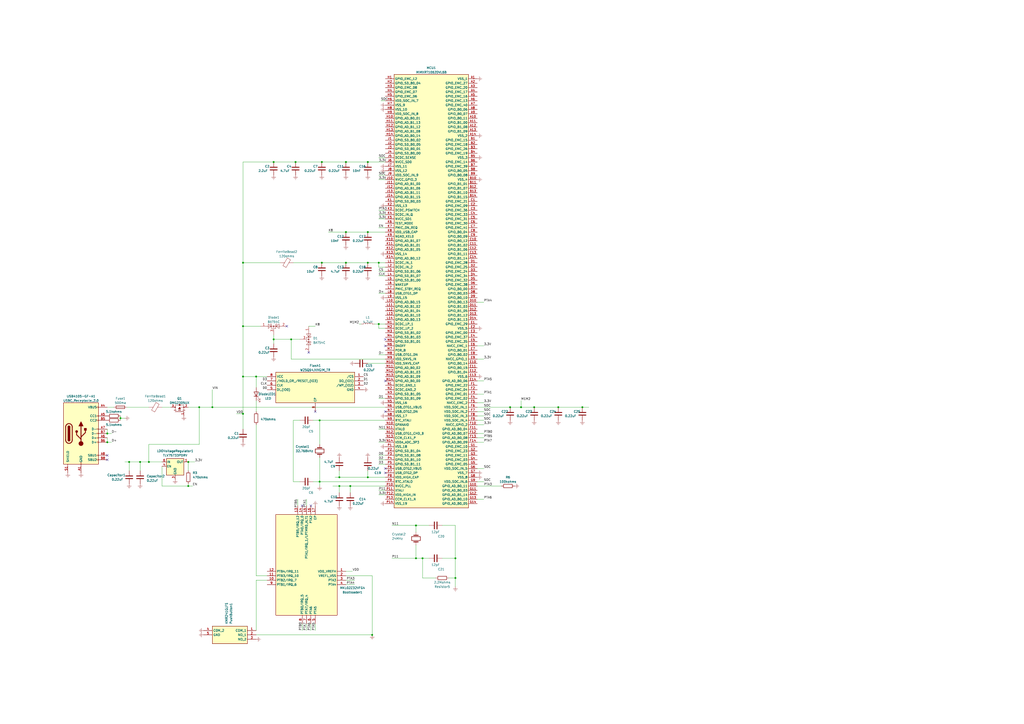
<source format=kicad_sch>
(kicad_sch (version 20230121) (generator eeschema)
  (paper "A2")
  (title_block (title "Sanassah FlightComputer V1"))
  (junction (at 302.26 236.22))
  (junction (at 185.42 279.4))
  (junction (at 168.91 196.85))
  (junction (at 62.23 251.46))
  (junction (at 264.16 323.85))
  (junction (at 115.57 236.22))
  (junction (at 140.97 240.03))
  (junction (at 186.69 93.98))
  (junction (at 140.97 218.44))
  (junction (at 200.66 134.62))
  (junction (at 158.75 196.85))
  (junction (at 200.66 152.4))
  (junction (at 213.36 93.98))
  (junction (at 295.91 236.22))
  (junction (at 213.36 276.86))
  (junction (at 74.93 267.97))
  (junction (at 196.85 276.86))
  (junction (at 213.36 134.62))
  (junction (at 86.36 267.97))
  (junction (at 140.97 189.23))
  (junction (at 148.59 218.44))
  (junction (at 309.88 236.22))
  (junction (at 140.97 152.4))
  (junction (at 196.85 281.94))
  (junction (at 323.85 236.22))
  (junction (at 186.69 152.4))
  (junction (at 81.28 267.97))
  (junction (at 109.22 267.97))
  (junction (at 215.9 368.3))
  (junction (at 219.71 152.4))
  (junction (at 171.45 93.98))
  (junction (at 123.19 236.22))
  (junction (at 158.75 93.98))
  (junction (at 203.2 281.94))
  (junction (at 62.23 256.54))
  (junction (at 200.66 93.98))
  (junction (at 69.85 242.57))
  (junction (at 245.11 323.85))
  (junction (at 219.71 187.96))
  (junction (at 109.22 281.94))
  (junction (at 241.3 304.8))
  (junction (at 241.3 323.85))
  (junction (at 264.16 335.28))
  (junction (at 185.42 243.84))
  (junction (at 213.36 152.4))
  (junction (at 337.82 236.22))
  (no_connect (at 175.26 293.37))
  (no_connect (at 62.23 264.16))
  (no_connect (at 223.52 274.32))
  (no_connect (at 62.23 266.7))
  (no_connect (at 223.52 271.78))
  (no_connect (at 223.52 220.98))
  (no_connect (at 179.07 204.47))
  (no_connect (at 223.52 200.66))
  (no_connect (at 166.37 189.23))
  (no_connect (at 223.52 196.85))
  (no_connect (at 223.52 238.76))
  (no_connect (at 182.88 238.76))
  (no_connect (at 180.34 293.37))
  (wire (pts (xy 185.42 281.94) (xy 185.42 279.4)))
  (wire (pts (xy 148.59 232.41) (xy 148.59 238.76)))
  (wire (pts (xy 173.99 279.4) (xy 170.18 279.4)))
  (wire (pts (xy 173.99 243.84) (xy 170.18 243.84)))
  (wire (pts (xy 69.85 242.57) (xy 72.39 242.57)))
  (wire (pts (xy 217.17 187.96) (xy 219.71 187.96)))
  (wire (pts (xy 158.75 196.85) (xy 168.91 196.85)))
  (wire (pts (xy 302.26 236.22) (xy 309.88 236.22)))
  (wire (pts (xy 213.36 210.82) (xy 223.52 210.82)))
  (wire (pts (xy 323.85 236.22) (xy 337.82 236.22)))
  (wire (pts (xy 276.86 241.3) (xy 280.67 241.3)))
  (wire (pts (xy 264.16 323.85) (xy 264.16 335.28)))
  (wire (pts (xy 227.33 304.8) (xy 241.3 304.8)))
  (wire (pts (xy 62.23 254) (xy 62.23 256.54)))
  (wire (pts (xy 196.85 285.75) (xy 196.85 281.94)))
  (wire (pts (xy 256.54 304.8) (xy 264.16 304.8)))
  (wire (pts (xy 194.31 276.86) (xy 196.85 276.86)))
  (wire (pts (xy 140.97 248.92) (xy 140.97 240.03)))
  (wire (pts (xy 109.22 281.94) (xy 93.98 281.94)))
  (wire (pts (xy 203.2 285.75) (xy 203.2 281.94)))
  (wire (pts (xy 69.85 242.57) (xy 69.85 241.3)))
  (wire (pts (xy 276.86 279.4) (xy 280.67 279.4)))
  (wire (pts (xy 223.52 231.14) (xy 219.71 231.14)))
  (wire (pts (xy 295.91 236.22) (xy 302.26 236.22)))
  (wire (pts (xy 93.98 236.22) (xy 99.06 236.22)))
  (wire (pts (xy 115.57 236.22) (xy 115.57 257.81)))
  (wire (pts (xy 170.18 152.4) (xy 186.69 152.4)))
  (wire (pts (xy 154.94 218.44) (xy 148.59 218.44)))
  (wire (pts (xy 81.28 267.97) (xy 81.28 273.05)))
  (wire (pts (xy 200.66 331.47) (xy 204.47 331.47)))
  (wire (pts (xy 276.86 251.46) (xy 280.67 251.46)))
  (wire (pts (xy 140.97 189.23) (xy 151.13 189.23)))
  (wire (pts (xy 168.91 208.28) (xy 168.91 196.85)))
  (wire (pts (xy 186.69 152.4) (xy 200.66 152.4)))
  (wire (pts (xy 213.36 273.05) (xy 213.36 276.86)))
  (wire (pts (xy 219.71 170.18) (xy 223.52 170.18)))
  (wire (pts (xy 193.04 281.94) (xy 196.85 281.94)))
  (wire (pts (xy 276.86 208.28) (xy 280.67 208.28)))
  (wire (pts (xy 154.94 336.55) (xy 148.59 336.55)))
  (wire (pts (xy 219.71 152.4) (xy 213.36 152.4)))
  (wire (pts (xy 86.36 236.22) (xy 73.66 236.22)))
  (wire (pts (xy 140.97 152.4) (xy 162.56 152.4)))
  (wire (pts (xy 276.86 246.38) (xy 280.67 246.38)))
  (wire (pts (xy 219.71 154.94) (xy 219.71 152.4)))
  (wire (pts (xy 276.86 254) (xy 280.67 254)))
  (wire (pts (xy 203.2 281.94) (xy 223.52 281.94)))
  (wire (pts (xy 140.97 189.23) (xy 140.97 218.44)))
  (wire (pts (xy 185.42 279.4) (xy 185.42 265.43)))
  (wire (pts (xy 123.19 226.06) (xy 123.19 236.22)))
  (wire (pts (xy 123.19 236.22) (xy 223.52 236.22)))
  (wire (pts (xy 137.16 240.03) (xy 140.97 240.03)))
  (wire (pts (xy 148.59 246.38) (xy 148.59 334.01)))
  (wire (pts (xy 109.22 267.97) (xy 113.03 267.97)))
  (wire (pts (xy 200.66 339.09) (xy 205.74 339.09)))
  (wire (pts (xy 276.86 200.66) (xy 280.67 200.66)))
  (wire (pts (xy 185.42 279.4) (xy 223.52 279.4)))
  (wire (pts (xy 219.71 205.74) (xy 223.52 205.74)))
  (wire (pts (xy 62.23 248.92) (xy 62.23 251.46)))
  (wire (pts (xy 181.61 279.4) (xy 185.42 279.4)))
  (wire (pts (xy 86.36 267.97) (xy 93.98 267.97)))
  (wire (pts (xy 158.75 199.39) (xy 158.75 196.85)))
  (wire (pts (xy 245.11 323.85) (xy 241.3 323.85)))
  (wire (pts (xy 179.07 189.23) (xy 182.88 189.23)))
  (wire (pts (xy 140.97 93.98) (xy 158.75 93.98)))
  (wire (pts (xy 276.86 256.54) (xy 280.67 256.54)))
  (wire (pts (xy 148.59 334.01) (xy 154.94 334.01)))
  (wire (pts (xy 276.86 236.22) (xy 295.91 236.22)))
  (wire (pts (xy 241.3 304.8) (xy 241.3 308.61)))
  (wire (pts (xy 140.97 240.03) (xy 140.97 218.44)))
  (wire (pts (xy 109.22 281.94) (xy 111.76 281.94)))
  (wire (pts (xy 196.85 281.94) (xy 203.2 281.94)))
  (wire (pts (xy 219.71 91.44) (xy 223.52 91.44)))
  (wire (pts (xy 276.86 233.68) (xy 280.67 233.68)))
  (wire (pts (xy 140.97 152.4) (xy 140.97 93.98)))
  (wire (pts (xy 196.85 276.86) (xy 213.36 276.86)))
  (wire (pts (xy 248.92 323.85) (xy 245.11 323.85)))
  (wire (pts (xy 264.16 304.8) (xy 264.16 323.85)))
  (wire (pts (xy 200.66 152.4) (xy 213.36 152.4)))
  (wire (pts (xy 223.52 269.24) (xy 219.71 269.24)))
  (wire (pts (xy 219.71 127) (xy 223.52 127)))
  (wire (pts (xy 245.11 323.85) (xy 245.11 335.28)))
  (wire (pts (xy 81.28 267.97) (xy 86.36 267.97)))
  (wire (pts (xy 219.71 101.6) (xy 223.52 101.6)))
  (wire (pts (xy 256.54 323.85) (xy 264.16 323.85)))
  (wire (pts (xy 213.36 93.98) (xy 223.52 93.98)))
  (wire (pts (xy 208.28 187.96) (xy 209.55 187.96)))
  (wire (pts (xy 223.52 154.94) (xy 219.71 154.94)))
  (wire (pts (xy 227.33 323.85) (xy 241.3 323.85)))
  (wire (pts (xy 62.23 236.22) (xy 66.04 236.22)))
  (wire (pts (xy 74.93 267.97) (xy 81.28 267.97)))
  (wire (pts (xy 182.88 361.95) (xy 182.88 365.76)))
  (wire (pts (xy 140.97 152.4) (xy 140.97 189.23)))
  (wire (pts (xy 69.85 243.84) (xy 69.85 242.57)))
  (wire (pts (xy 109.22 281.94) (xy 109.22 280.67)))
  (wire (pts (xy 276.86 220.98) (xy 280.67 220.98)))
  (wire (pts (xy 219.71 284.48) (xy 223.52 284.48)))
  (wire (pts (xy 168.91 196.85) (xy 173.99 196.85)))
  (wire (pts (xy 223.52 266.7) (xy 219.71 266.7)))
  (wire (pts (xy 140.97 218.44) (xy 148.59 218.44)))
  (wire (pts (xy 86.36 257.81) (xy 86.36 267.97)))
  (wire (pts (xy 190.5 134.62) (xy 200.66 134.62)))
  (wire (pts (xy 200.66 336.55) (xy 205.74 336.55)))
  (wire (pts (xy 200.66 134.62) (xy 213.36 134.62)))
  (wire (pts (xy 276.86 238.76) (xy 280.67 238.76)))
  (wire (pts (xy 181.61 243.84) (xy 185.42 243.84)))
  (wire (pts (xy 215.9 368.3) (xy 215.9 334.01)))
  (wire (pts (xy 215.9 334.01) (xy 200.66 334.01)))
  (wire (pts (xy 177.8 361.95) (xy 177.8 365.76)))
  (wire (pts (xy 276.86 228.6) (xy 280.67 228.6)))
  (wire (pts (xy 302.26 232.41) (xy 302.26 236.22)))
  (wire (pts (xy 219.71 157.48) (xy 223.52 157.48)))
  (wire (pts (xy 196.85 273.05) (xy 196.85 276.86)))
  (wire (pts (xy 241.3 323.85) (xy 241.3 316.23)))
  (wire (pts (xy 115.57 236.22) (xy 123.19 236.22)))
  (wire (pts (xy 213.36 276.86) (xy 223.52 276.86)))
  (wire (pts (xy 172.72 289.56) (xy 172.72 293.37)))
  (wire (pts (xy 337.82 236.22) (xy 341.63 236.22)))
  (wire (pts (xy 93.98 281.94) (xy 93.98 270.51)))
  (wire (pts (xy 158.75 196.85) (xy 158.75 194.31)))
  (wire (pts (xy 219.71 152.4) (xy 223.52 152.4)))
  (wire (pts (xy 276.86 289.56) (xy 280.67 289.56)))
  (wire (pts (xy 223.52 287.02) (xy 219.71 287.02)))
  (wire (pts (xy 219.71 132.08) (xy 223.52 132.08)))
  (wire (pts (xy 245.11 335.28) (xy 252.73 335.28)))
  (wire (pts (xy 264.16 335.28) (xy 260.35 335.28)))
  (wire (pts (xy 276.86 175.26) (xy 280.67 175.26)))
  (wire (pts (xy 219.71 160.02) (xy 223.52 160.02)))
  (wire (pts (xy 185.42 243.84) (xy 223.52 243.84)))
  (wire (pts (xy 170.18 279.4) (xy 170.18 243.84)))
  (wire (pts (xy 109.22 273.05) (xy 109.22 267.97)))
  (wire (pts (xy 219.71 124.46) (xy 223.52 124.46)))
  (wire (pts (xy 248.92 304.8) (xy 241.3 304.8)))
  (wire (pts (xy 219.71 248.92) (xy 223.52 248.92)))
  (wire (pts (xy 219.71 190.5) (xy 223.52 190.5)))
  (wire (pts (xy 158.75 93.98) (xy 171.45 93.98)))
  (wire (pts (xy 74.93 267.97) (xy 74.93 273.05)))
  (wire (pts (xy 309.88 236.22) (xy 323.85 236.22)))
  (wire (pts (xy 223.52 187.96) (xy 219.71 187.96)))
  (wire (pts (xy 213.36 134.62) (xy 223.52 134.62)))
  (wire (pts (xy 148.59 218.44) (xy 148.59 224.79)))
  (wire (pts (xy 219.71 256.54) (xy 223.52 256.54)))
  (wire (pts (xy 171.45 93.98) (xy 186.69 93.98)))
  (wire (pts (xy 186.69 93.98) (xy 200.66 93.98)))
  (wire (pts (xy 219.71 187.96) (xy 219.71 190.5)))
  (wire (pts (xy 276.86 281.94) (xy 290.83 281.94)))
  (wire (pts (xy 264.16 335.28) (xy 264.16 340.36)))
  (wire (pts (xy 276.86 271.78) (xy 280.67 271.78)))
  (wire (pts (xy 62.23 251.46) (xy 64.77 251.46)))
  (wire (pts (xy 115.57 257.81) (xy 86.36 257.81)))
  (wire (pts (xy 220.98 58.42) (xy 223.52 58.42)))
  (wire (pts (xy 62.23 256.54) (xy 64.77 256.54)))
  (wire (pts (xy 180.34 361.95) (xy 180.34 365.76)))
  (wire (pts (xy 109.22 236.22) (xy 115.57 236.22)))
  (wire (pts (xy 185.42 257.81) (xy 185.42 243.84)))
  (wire (pts (xy 177.8 289.56) (xy 177.8 293.37)))
  (wire (pts (xy 223.52 208.28) (xy 168.91 208.28)))
  (wire (pts (xy 219.71 121.92) (xy 223.52 121.92)))
  (wire (pts (xy 72.39 267.97) (xy 74.93 267.97)))
  (wire (pts (xy 223.52 264.16) (xy 219.71 264.16)))
  (wire (pts (xy 148.59 368.3) (xy 215.9 368.3)))
  (wire (pts (xy 276.86 243.84) (xy 280.67 243.84)))
  (wire (pts (xy 175.26 361.95) (xy 175.26 365.76)))
  (wire (pts (xy 148.59 336.55) (xy 148.59 365.76)))
  (wire (pts (xy 200.66 93.98) (xy 213.36 93.98)))
  (wire (pts (xy 219.71 104.14) (xy 223.52 104.14)))
  (label "D2" (at 219.71 266.7 0))
  (label "PTB5" (at 280.67 254 0))
  (label "SOC" (at 280.67 271.78 0))
  (label "3.3V" (at 280.67 208.28 0))
  (label "VIN" (at 123.19 226.06 0))
  (label "PTA3" (at 205.74 336.55 180))
  (label "K8" (at 190.5 134.62 0))
  (label "P11" (at 219.71 284.48 0))
  (label "PTA6" (at 180.34 365.76 90))
  (label "SOC" (at 219.71 91.44 0))
  (label "SOC" (at 280.67 243.84 0))
  (label "D-" (at 219.71 205.74 0))
  (label "3.3V" (at 219.71 287.02 0))
  (label "D+" (at 219.71 170.18 0))
  (label "PTB5" (at 172.72 289.56 270))
  (label "M1M2" (at 208.28 187.96 180))
  (label "M1M2" (at 302.26 232.41 0))
  (label "SOC" (at 220.98 58.42 0))
  (label "3.3V" (at 280.67 246.38 0))
  (label "D0" (at 219.71 264.16 0))
  (label "PTB0" (at 175.26 365.76 90))
  (label "PTA7" (at 280.67 256.54 0))
  (label "D-" (at 64.77 251.46 0))
  (label "CS" (at 219.71 157.48 0))
  (label "CS" (at 210.82 218.44 0))
  (label "PTA4" (at 205.74 339.09 180))
  (label "3.3V" (at 113.03 267.97 0))
  (label "K8" (at 182.88 189.23 0))
  (label "3.3V" (at 280.67 200.66 0))
  (label "PTA3" (at 219.71 121.92 0))
  (label "3.3V" (at 219.71 256.54 0))
  (label "D+" (at 64.77 256.54 0))
  (label "P11" (at 227.33 323.85 0))
  (label "SOC" (at 280.67 241.3 0))
  (label "D3" (at 154.94 220.98 180))
  (label "PTB0" (at 280.67 251.46 0))
  (label "D1" (at 210.82 220.98 0))
  (label "PTA4" (at 280.67 175.26 0))
  (label "SOC" (at 280.67 236.22 0))
  (label "D1" (at 219.71 231.14 0))
  (label "VDD" (at 137.16 240.03 0))
  (label "3.3V" (at 219.71 127 0))
  (label "PTA1" (at 280.67 228.6 0))
  (label "PTA5" (at 280.67 220.98 0))
  (label "PTA6" (at 280.67 289.56 0))
  (label "D2" (at 210.82 223.52 0))
  (label "D3" (at 219.71 269.24 0))
  (label "SOC" (at 280.67 238.76 0))
  (label "CLK" (at 219.71 160.02 0))
  (label "3.3V" (at 280.67 233.68 0))
  (label "3.3V" (at 219.71 104.14 0))
  (label "PTA7" (at 177.8 365.76 90))
  (label "3.3V" (at 219.71 93.98 0))
  (label "3.3V" (at 219.71 124.46 0))
  (label "EN" (at 111.76 281.94 0))
  (label "N11" (at 219.71 248.92 0))
  (label "PTA1" (at 177.8 289.56 270))
  (label "PTA5" (at 182.88 365.76 90))
  (label "EN" (at 219.71 132.08 0))
  (label "CLK" (at 154.94 223.52 180))
  (label "SOC" (at 219.71 101.6 0))
  (label "D0" (at 154.94 226.06 180))
  (label "VDD" (at 204.47 331.47 0))
  (label "PTA3" (at 280.67 281.94 0))
  (label "SOC" (at 280.67 279.4 0))
  (label "N11" (at 227.33 304.8 0))
  (symbol (lib_id "Device:C") (at 200.66 156.21 0) (unit 1)
    (property "Reference" "C13" (at 195.58 154.94 0) (effects (justify left)))
    (property "Value" "4.7uF" (at 191.77 157.48 0) (effects (justify left)))
    (property "Footprint" "Resistor_SMD:R_0603_1608Metric_Pad0.98x0.95mm_HandSolder" (effects hide))
  )
  (symbol (lib_id "power:GNDREF") (at 323.85 243.84 0) (unit 1)
    (property "Reference" "#PWR018" (effects hide))
    (property "Value" "GNDREF" (effects hide))
  )
  (symbol (lib_id "Device:C") (at 158.75 203.2 0) (unit 1)
    (property "Reference" "C3" (at 153.67 201.93 0) (effects (justify left)))
    (property "Value" "0.22uF" (at 149.86 204.47 0) (effects (justify left)))
    (property "Footprint" "Resistor_SMD:R_0603_1608Metric_Pad0.98x0.95mm_HandSolder" (effects hide))
  )
  (symbol (lib_id "power:GNDREF") (at 148.59 370.84 90) (unit 1)
    (property "Reference" "#PWR029" (effects hide))
    (property "Value" "GNDREF" (effects hide))
  )
  (symbol (lib_id "power:GNDREF") (at 298.45 281.94 90) (unit 1)
    (property "Reference" "#PWR030" (effects hide))
    (property "Value" "GNDREF" (effects hide))
  )
  (symbol (lib_id "Diode:BAT54C") (at 158.75 189.23 0) (unit 1)
    (property "Reference" "Diode1" (at 158.75 184.15 0))
    (property "Value" "BAT54C" (at 158.75 186.69 0))
    (property "Footprint" "Package_TO_SOT_SMD:SOT-23" (effects hide))
    (property "Datasheet" "http://www.diodes.com/_files/datasheets/ds11005.pdf" (effects hide))
  )
  (symbol (lib_id "Device:R") (at 148.59 242.57 180) (unit 1)
    (property "Reference" "Resistor4" (effects hide))
    (property "Value" "470ohms" (at 151.13 243.205 0) (effects (justify right)))
    (property "Footprint" "Resistor_SMD:R_0603_1608Metric_Pad0.98x0.95mm_HandSolder" (effects hide))
  )
  (symbol (lib_id "power:GNDREF") (at 200.66 160.02 0) (unit 1)
    (property "Reference" "#PWR014" (effects hide))
    (property "Value" "GNDREF" (effects hide))
  )
  (symbol (lib_id "power:GNDREF") (at 276.86 274.32 90) (mirror x) (unit 1)
    (property "Reference" "#PWR035" (effects hide))
    (property "Value" "GNDREF" (effects hide))
  )
  (symbol (lib_id "KMR241GLFS:KMR241GLFS") (at 148.59 365.76 0) (mirror y) (unit 1)
    (property "Reference" "PushButton1" (at 133.985 361.95 90) (effects (justify left)))
    (property "Value" "KMR241GLFS" (at 131.445 361.95 90) (effects (justify left)))
    (property "Footprint" "footprint:KMR421GULCLFS" (effects hide))
    (property "Datasheet" "https://www.ckswitches.com/media/1479/kmr2.pdf" (effects hide))
    (property "Height" "2.5" (effects hide))
    (property "Mouser Part Number" "611-KMR241GLFS" (effects hide))
    (property "Mouser Price/Stock" "https://www.mouser.co.uk/ProductDetail/CK/KMR241GLFS?qs=sb%252But3Lm4x2WOuGpSh9HrA%3D%3D" (effects hide))
    (property "Manufacturer_Name" "C & K COMPONENTS" (effects hide))
    (property "Manufacturer_Part_Number" "KMR241GLFS" (effects hide))
  )
  (symbol (lib_id "W25Q64JVXGIM_TR:W25Q64JVXGIM_TR") (at 210.82 218.44 0) (mirror y) (unit 1)
    (property "Reference" "Flash1" (at 182.88 212.09 0))
    (property "Value" "W25Q64JVXGIM_TR" (at 182.88 214.63 0))
    (property "Footprint" "footprint:SON80P400X400X50-9N" (effects hide))
    (property "Datasheet" "https://www.winbond.com/resource-files/w25q64jv_dtr%20revj%2003272018%20plus.pdf" (effects hide))
    (property "Height" "0.5" (effects hide))
    (property "Mouser Part Number" "454-W25Q64JVXGIMTR" (effects hide))
    (property "Mouser Price/Stock" "https://www.mouser.co.uk/ProductDetail/Winbond/W25Q64JVXGIM-TR?qs=qSfuJ%252Bfl%2Fd5DYf7S8uijYQ%3D%3D" (effects hide))
    (property "Manufacturer_Name" "Winbond" (effects hide))
    (property "Manufacturer_Part_Number" "W25Q64JVXGIM TR" (effects hide))
  )
  (symbol (lib_id "power:GNDREF") (at 276.86 45.72 90) (mirror x) (unit 1)
    (property "Reference" "#PWR043" (effects hide))
    (property "Value" "GNDREF" (effects hide))
  )
  (symbol (lib_id "Device:C") (at 81.28 276.86 0) (unit 1)
    (property "Reference" "Capacitor2" (at 85.09 276.225 0) (effects (justify left)))
    (property "Value" "0.22uF" (at 85.09 278.765 0) (effects (justify left)))
    (property "Footprint" "Resistor_SMD:R_0603_1608Metric_Pad0.98x0.95mm_HandSolder" (effects hide))
  )
  (symbol (lib_id "power:GNDREF") (at 276.86 190.5 90) (mirror x) (unit 1)
    (property "Reference" "#PWR039" (effects hide))
    (property "Value" "GNDREF" (effects hide))
  )
  (symbol (lib_id "MIMXRT1062DVL6B:MIMXRT1062DVL6B") (at 276.86 45.72 0) (mirror y) (unit 1)
    (property "Reference" "MCU1" (at 250.19 39.37 0))
    (property "Value" "MIMXRT1062DVL6B" (at 250.19 41.91 0))
    (property "Footprint" "footprint:BGA196C65P14X14_1000X1000X152" (effects hide))
    (property "Datasheet" "https://www.nxp.com/docs/en/nxp/data-sheets/IMXRT1060CEC.pdf" (effects hide))
    (property "Height" "1.52" (effects hide))
    (property "Manufacturer_Name" "NXP" (effects hide))
    (property "Manufacturer_Part_Number" "MIMXRT1062DVL6B" (effects hide))
    (property "Mouser Part Number" "771-MIMXRT1062DVL6B" (effects hide))
    (property "Mouser Price/Stock" "https://www.mouser.co.uk/ProductDetail/NXP-Semiconductors/MIMXRT1062DVL6B?qs=BJlw7L4Cy79qwRIf5%2FpmLg%3D%3D" (effects hide))
    (property "Arrow Part Number" "MIMXRT1062DVL6B" (effects hide))
    (property "Arrow Price/Stock" "https://www.arrow.com/en/products/mimxrt1062dvl6b/nxp-semiconductors?region=nac" (effects hide))
  )
  (symbol (lib_id "power:GNDREF") (at 46.99 274.32 0) (unit 1)
    (property "Reference" "#PWR04" (effects hide))
    (property "Value" "GNDREF" (effects hide))
  )
  (symbol (lib_id "Device:C") (at 209.55 210.82 270) (unit 1)
    (property "Reference" "C15" (at 212.09 212.09 90) (effects (justify left)))
    (property "Value" "0.22uF" (at 210.82 214.63 90) (effects (justify left)))
    (property "Footprint" "Resistor_SMD:R_0603_1608Metric_Pad0.98x0.95mm_HandSolder" (effects hide))
  )
  (symbol (lib_id "Device:C") (at 186.69 156.21 0) (unit 1)
    (property "Reference" "C8" (at 181.61 154.94 0) (effects (justify left)))
    (property "Value" "10uF" (at 177.8 157.48 0) (effects (justify left)))
    (property "Footprint" "Resistor_SMD:R_0603_1608Metric_Pad0.98x0.95mm_HandSolder" (effects hide))
  )
  (symbol (lib_id "power:GNDREF") (at 118.11 365.76 270) (unit 1)
    (property "Reference" "#PWR028" (effects hide))
    (property "Value" "GNDREF" (effects hide))
  )
  (symbol (lib_id "power:GNDREF") (at 196.85 293.37 0) (unit 1)
    (property "Reference" "#PWR033" (effects hide))
    (property "Value" "GNDREF" (effects hide))
  )
  (symbol (lib_id "power:GNDREF") (at 210.82 226.06 90) (mirror x) (unit 1)
    (property "Reference" "#PWR023" (effects hide))
    (property "Value" "GNDREF" (effects hide))
  )
  (symbol (lib_id "Device:LED") (at 148.59 228.6 90) (unit 1)
    (property "Reference" "DiodeLED1" (at 149.86 228.6 90) (effects (justify right)))
    (property "Value" "LED" (at 153.67 231.14 90) (effects (justify right)))
    (property "Footprint" "LED_SMD:LED_0603_1608Metric_Pad1.05x0.95mm_HandSolder" (effects hide))
  )
  (symbol (lib_id "Device:Crystal") (at 241.3 312.42 90) (unit 1)
    (property "Reference" "Crystal2" (at 227.33 309.88 90) (effects (justify right)))
    (property "Value" "24MHz" (at 227.33 312.42 90) (effects (justify right)))
    (property "Footprint" "Crystal:Crystal_SMD_2012-2Pin_2.0x1.2mm" (effects hide))
  )
  (symbol (lib_id "power:GNDREF") (at 140.97 256.54 0) (unit 1)
    (property "Reference" "#PWR024" (effects hide))
    (property "Value" "GNDREF" (effects hide))
  )
  (symbol (lib_id "Device:C") (at 177.8 243.84 270) (mirror x) (unit 1)
    (property "Reference" "C5" (at 179.07 250.19 90) (effects (justify left)))
    (property "Value" "20pF" (at 175.26 247.65 90) (effects (justify left)))
    (property "Footprint" "Resistor_SMD:R_0603_1608Metric_Pad0.98x0.95mm_HandSolder" (effects hide))
  )
  (symbol (lib_id "Device:C") (at 196.85 269.24 0) (mirror x) (unit 1)
    (property "Reference" "C9" (at 191.77 270.51 0) (effects (justify left)))
    (property "Value" "4.7uF" (at 187.96 267.97 0) (effects (justify left)))
    (property "Footprint" "Resistor_SMD:R_0603_1608Metric_Pad0.98x0.95mm_HandSolder" (effects hide))
  )
  (symbol (lib_id "Device:C") (at 200.66 138.43 0) (unit 1)
    (property "Reference" "C12" (at 195.58 137.16 0) (effects (justify left)))
    (property "Value" "10nF" (at 191.77 139.7 0) (effects (justify left)))
    (property "Footprint" "Resistor_SMD:R_0603_1608Metric_Pad0.98x0.95mm_HandSolder" (effects hide))
  )
  (symbol (lib_id "power:GNDREF") (at 223.52 60.96 270) (mirror x) (unit 1)
    (property "Reference" "#PWR044" (effects hide))
    (property "Value" "GNDREF" (effects hide))
  )
  (symbol (lib_id "power:GNDREF") (at 215.9 368.3 0) (unit 1)
    (property "Reference" "#PWR026" (effects hide))
    (property "Value" "GNDREF" (effects hide))
  )
  (symbol (lib_id "DMG2305UX-7:DMG2305UX-7") (at 104.14 238.76 90) (unit 1)
    (property "Reference" "Q1" (at 104.14 231.14 90))
    (property "Value" "DMG2305UX" (at 104.14 233.68 90))
    (property "Footprint" "footprint:DMG2305UX" (effects hide))
    (property "MF" "Diodes Inc." (effects hide))
    (property "MAXIMUM_PACKAGE_HEIGHT" "1.1mm" (effects hide))
    (property "Package" "SOT-23 Diodes Inc." (effects hide))
    (property "Price" "None" (effects hide))
    (property "Check_prices" "https://www.snapeda.com/parts/DMG2305UX-7/Diodes+Inc./view-part/?ref=eda" (effects hide))
    (property "STANDARD" "IPC-7351B" (effects hide))
    (property "PARTREV" "09/2018" (effects hide))
    (property "SnapEDA_Link" "https://www.snapeda.com/parts/DMG2305UX-7/Diodes+Inc./view-part/?ref=snap" (effects hide))
    (property "MP" "DMG2305UX-7" (effects hide))
    (property "Purchase-URL" "https://www.snapeda.com/api/url_track_click_mouser/?unipart_id=48584&manufacturer=Diodes Inc.&part_name=DMG2305UX-7&search_term=None" (effects hide))
    (property "Description" "\nMOSFET P-Ch 20V 5A Enhancement SOT23 | Diodes Inc DMG2305UX-7\n" (effects hide))
    (property "Availability" "In Stock" (effects hide))
    (property "MANUFACTURER" "Diodes Inc." (effects hide))
  )
  (symbol (lib_id "power:GNDREF") (at 186.69 101.6 0) (unit 1)
    (property "Reference" "#PWR010" (effects hide))
    (property "Value" "GNDREF" (effects hide))
  )
  (symbol (lib_id "power:GNDREF") (at 39.37 274.32 0) (unit 1)
    (property "Reference" "#PWR03" (effects hide))
    (property "Value" "GNDREF" (effects hide))
  )
  (symbol (lib_id "Device:C") (at 140.97 252.73 0) (unit 1)
    (property "Reference" "C1" (at 135.89 251.46 0) (effects (justify left)))
    (property "Value" "0.22uF" (at 132.08 254 0) (effects (justify left)))
    (property "Footprint" "Resistor_SMD:R_0603_1608Metric_Pad0.98x0.95mm_HandSolder" (effects hide))
  )
  (symbol (lib_id "power:GNDREF") (at 81.28 280.67 0) (unit 1)
    (property "Reference" "#PWR07" (effects hide))
    (property "Value" "GNDREF" (effects hide))
  )
  (symbol (lib_id "Device:Fuse") (at 69.85 236.22 90) (unit 1)
    (property "Reference" "Fuse1" (at 69.85 231.14 90))
    (property "Value" "500ma" (at 69.85 233.68 90))
    (property "Footprint" "Resistor_SMD:R_0603_1608Metric_Pad0.98x0.95mm_HandSolder" (effects hide))
  )
  (symbol (lib_id "power:GNDREF") (at 223.52 292.1 270) (mirror x) (unit 1)
    (property "Reference" "#PWR054" (effects hide))
    (property "Value" "GNDREF" (effects hide))
  )
  (symbol (lib_id "power:GNDREF") (at 213.36 142.24 0) (unit 1)
    (property "Reference" "#PWR021" (effects hide))
    (property "Value" "GNDREF" (effects hide))
  )
  (symbol (lib_id "power:GNDREF") (at 276.86 78.74 90) (mirror x) (unit 1)
    (property "Reference" "#PWR042" (effects hide))
    (property "Value" "GNDREF" (effects hide))
  )
  (symbol (lib_id "power:GNDREF") (at 276.86 218.44 90) (mirror x) (unit 1)
    (property "Reference" "#PWR038" (effects hide))
    (property "Value" "GNDREF" (effects hide))
  )
  (symbol (lib_id "power:GNDREF") (at 223.52 119.38 270) (mirror x) (unit 1)
    (property "Reference" "#PWR048" (effects hide))
    (property "Value" "GNDREF" (effects hide))
  )
  (symbol (lib_id "Device:C") (at 213.36 156.21 0) (unit 1)
    (property "Reference" "C18" (at 208.28 154.94 0) (effects (justify left)))
    (property "Value" "0.22uF" (at 204.47 157.48 0) (effects (justify left)))
    (property "Footprint" "Resistor_SMD:R_0603_1608Metric_Pad0.98x0.95mm_HandSolder" (effects hide))
  )
  (symbol (lib_id "Device:R") (at 256.54 335.28 270) (unit 1)
    (property "Reference" "Resistor5" (at 256.54 340.36 90))
    (property "Value" "2.2Mohms" (at 256.54 337.82 90))
    (property "Footprint" "Resistor_SMD:R_0603_1608Metric_Pad0.98x0.95mm_HandSolder" (effects hide))
  )
  (symbol (lib_id "power:GNDREF") (at 106.68 241.3 0) (unit 1)
    (property "Reference" "#PWR05" (effects hide))
    (property "Value" "GNDREF" (effects hide))
  )
  (symbol (lib_id "power:GNDREF") (at 223.52 147.32 270) (mirror x) (unit 1)
    (property "Reference" "#PWR049" (effects hide))
    (property "Value" "GNDREF" (effects hide))
  )
  (symbol (lib_id "power:GNDREF") (at 295.91 243.84 0) (unit 1)
    (property "Reference" "#PWR016" (effects hide))
    (property "Value" "GNDREF" (effects hide))
  )
  (symbol (lib_id "power:GNDREF") (at 223.52 172.72 270) (mirror x) (unit 1)
    (property "Reference" "#PWR050" (effects hide))
    (property "Value" "GNDREF" (effects hide))
  )
  (symbol (lib_id "Device:C") (at 252.73 304.8 270) (mirror x) (unit 1)
    (property "Reference" "C20" (at 254 311.15 90) (effects (justify left)))
    (property "Value" "12pF" (at 250.19 308.61 90) (effects (justify left)))
    (property "Footprint" "Resistor_SMD:R_0603_1608Metric_Pad0.98x0.95mm_HandSolder" (effects hide))
  )
  (symbol (lib_id "Device:R") (at 294.64 281.94 270) (unit 1)
    (property "Reference" "R6" (at 294.64 276.86 90))
    (property "Value" "100kohms" (at 294.64 279.4 90))
    (property "Footprint" "Resistor_SMD:R_0603_1608Metric_Pad0.98x0.95mm_HandSolder" (effects hide))
  )
  (symbol (lib_id "Connector:USB_C_Receptacle_USB2.0") (at 46.99 251.46 0) (unit 1)
    (property "Reference" "USB4105-GF-A1" (at 46.99 229.87 0))
    (property "Value" "USBC_Receptacle_2.0" (at 46.99 232.41 0))
    (property "Footprint" "footprint:GCT_USB4105-GF-A" (effects hide))
    (property "Datasheet" "https://www.usb.org/sites/default/files/documents/usb_type-c.zip" (effects hide))
  )
  (symbol (lib_id "Device:C") (at 213.36 269.24 0) (mirror x) (unit 1)
    (property "Reference" "C19" (at 217.17 274.32 0) (effects (justify left)))
    (property "Value" "0.22uF" (at 213.36 271.78 0) (effects (justify left)))
    (property "Footprint" "Resistor_SMD:R_0603_1608Metric_Pad0.98x0.95mm_HandSolder" (effects hide))
  )
  (symbol (lib_id "Diode:BAT54C") (at 179.07 196.85 270) (unit 1)
    (property "Reference" "D1" (at 181.61 196.215 90) (effects (justify left)))
    (property "Value" "BAT54C" (at 181.61 198.755 90) (effects (justify left)))
    (property "Footprint" "Package_TO_SOT_SMD:SOT-23" (effects hide))
    (property "Datasheet" "http://www.diodes.com/_files/datasheets/ds11005.pdf" (effects hide))
  )
  (symbol (lib_id "power:GNDREF") (at 158.75 101.6 0) (unit 1)
    (property "Reference" "#PWR012" (effects hide))
    (property "Value" "GNDREF" (effects hide))
  )
  (symbol (lib_id "Device:C") (at 200.66 97.79 0) (unit 1)
    (property "Reference" "C11" (at 195.58 96.52 0) (effects (justify left)))
    (property "Value" "0.22uF" (at 190.5 99.06 0) (effects (justify left)))
    (property "Footprint" "Resistor_SMD:R_0603_1608Metric_Pad0.98x0.95mm_HandSolder" (effects hide))
  )
  (symbol (lib_id "power:GNDREF") (at 101.6 278.13 0) (unit 1)
    (property "Reference" "#PWR08" (effects hide))
    (property "Value" "GNDREF" (effects hide))
  )
  (symbol (lib_id "power:GNDREF") (at 213.36 101.6 0) (unit 1)
    (property "Reference" "#PWR01" (effects hide))
    (property "Value" "GNDREF" (effects hide))
  )
  (symbol (lib_id "power:GNDREF") (at 185.42 281.94 0) (unit 1)
    (property "Reference" "#PWR055" (effects hide))
    (property "Value" "GNDREF" (effects hide))
  )
  (symbol (lib_id "Device:C") (at 74.93 276.86 0) (unit 1)
    (property "Reference" "Capacitor1" (at 62.23 275.59 0) (effects (justify left)))
    (property "Value" "0.22uF" (at 64.77 278.13 0) (effects (justify left)))
    (property "Footprint" "Resistor_SMD:R_0603_1608Metric_Pad0.98x0.95mm_HandSolder" (effects hide))
  )
  (symbol (lib_id "Device:C") (at 337.82 240.03 0) (unit 1)
    (property "Reference" "C25" (at 332.74 238.76 0) (effects (justify left)))
    (property "Value" "0.22uF" (at 327.66 241.3 0) (effects (justify left)))
    (property "Footprint" "Resistor_SMD:R_0603_1608Metric_Pad0.98x0.95mm_HandSolder" (effects hide))
  )
  (symbol (lib_id "power:GNDREF") (at 223.52 233.68 270) (mirror x) (unit 1)
    (property "Reference" "#PWR051" (effects hide))
    (property "Value" "GNDREF" (effects hide))
  )
  (symbol (lib_id "Device:C") (at 252.73 323.85 270) (mirror x) (unit 1)
    (property "Reference" "C21" (at 254 330.2 90) (effects (justify left)))
    (property "Value" "12pF" (at 250.19 327.66 90) (effects (justify left)))
    (property "Footprint" "Resistor_SMD:R_0603_1608Metric_Pad0.98x0.95mm_HandSolder" (effects hide))
  )
  (symbol (lib_id "power:GNDREF") (at 264.16 340.36 0) (unit 1)
    (property "Reference" "#PWR056" (effects hide))
    (property "Value" "GNDREF" (effects hide))
  )
  (symbol (lib_id "Regulator_Linear:TLV75733PDRV") (at 101.6 270.51 0) (unit 1)
    (property "Reference" "LDOVoltageRegulator1" (at 101.6 261.62 0))
    (property "Value" "TLV75733PDRV" (at 101.6 264.16 0))
    (property "Footprint" "Package_SON:WSON-6-1EP_2x2mm_P0.65mm_EP1x1.6mm" (effects hide))
    (property "Datasheet" "https://www.ti.com/lit/ds/symlink/tlv757p.pdf" (effects hide))
  )
  (symbol (lib_id "power:GNDREF") (at 223.52 99.06 270) (mirror x) (unit 1)
    (property "Reference" "#PWR047" (effects hide))
    (property "Value" "GNDREF" (effects hide))
  )
  (symbol (lib_id "power:GNDREF") (at 223.52 63.5 270) (mirror x) (unit 1)
    (property "Reference" "#PWR045" (effects hide))
    (property "Value" "GNDREF" (effects hide))
  )
  (symbol (lib_id "Device:R") (at 66.04 241.3 90) (unit 1)
    (property "Reference" "Resistor1" (effects hide))
    (property "Value" "5.1kohms" (at 66.04 238.76 90))
    (property "Footprint" "Resistor_SMD:R_0603_1608Metric_Pad0.98x0.95mm_HandSolder" (effects hide))
  )
  (symbol (lib_id "Device:L") (at 213.36 187.96 90) (unit 1)
    (property "Reference" "L1" (at 213.36 184.15 90))
    (property "Value" "4.7uH" (at 213.36 186.69 90))
  )
  (symbol (lib_id "Device:C") (at 177.8 279.4 270) (mirror x) (unit 1)
    (property "Reference" "C6" (at 179.07 285.75 90) (effects (justify left)))
    (property "Value" "20pF" (at 175.26 283.21 90) (effects (justify left)))
    (property "Footprint" "Resistor_SMD:R_0603_1608Metric_Pad0.98x0.95mm_HandSolder" (effects hide))
  )
  (symbol (lib_id "MKL02Z32VFG4:MKL02Z32VFG4") (at 200.66 331.47 0) (mirror y) (unit 1)
    (property "Reference" "Bootloader1" (at 204.47 343.5859 0))
    (property "Value" "MKL02Z32VFG4" (at 204.47 341.0459 0))
    (property "Footprint" "footprint:QFN50P300X300X65-17N-D" (effects hide))
    (property "Datasheet" "http://www.nxp.com/docs/en/data-sheet/KL02P32M48SF0.pdf" (effects hide))
    (property "Height" "0.65" (effects hide))
    (property "Manufacturer_Name" "NXP" (effects hide))
    (property "Manufacturer_Part_Number" "MKL02Z32VFG4" (effects hide))
    (property "Mouser Part Number" "841-MKL02Z32VFG4" (effects hide))
    (property "Mouser Price/Stock" "https://www.mouser.co.uk/ProductDetail/NXP-Semiconductors/MKL02Z32VFG4?qs=RECgZY%252BK1xLpPFD7GzHxWg%3D%3D" (effects hide))
    (property "Arrow Part Number" "MKL02Z32VFG4" (effects hide))
    (property "Arrow Price/Stock" "https://www.arrow.com/en/products/mkl02z32vfg4/nxp-semiconductors?region=nac" (effects hide))
  )
  (symbol (lib_id "power:GNDREF") (at 72.39 242.57 90) (unit 1)
    (property "Reference" "#PWR02" (effects hide))
    (property "Value" "GNDREF" (effects hide))
  )
  (symbol (lib_id "power:GNDREF") (at 213.36 160.02 0) (unit 1)
    (property "Reference" "#PWR013" (effects hide))
    (property "Value" "GNDREF" (effects hide))
  )
  (symbol (lib_id "power:GNDREF") (at 276.86 276.86 90) (mirror x) (unit 1)
    (property "Reference" "#PWR037" (effects hide))
    (property "Value" "GNDREF" (effects hide))
  )
  (symbol (lib_id "power:GNDREF") (at 74.93 280.67 0) (unit 1)
    (property "Reference" "#PWR06" (effects hide))
    (property "Value" "GNDREF" (effects hide))
  )
  (symbol (lib_id "power:GNDREF") (at 309.88 243.84 0) (unit 1)
    (property "Reference" "#PWR017" (effects hide))
    (property "Value" "GNDREF" (effects hide))
  )
  (symbol (lib_id "power:GNDREF") (at 118.11 368.3 270) (unit 1)
    (property "Reference" "#PWR027" (effects hide))
    (property "Value" "GNDREF" (effects hide))
  )
  (symbol (lib_id "power:GNDREF") (at 276.86 91.44 90) (mirror x) (unit 1)
    (property "Reference" "#PWR041" (effects hide))
    (property "Value" "GNDREF" (effects hide))
  )
  (symbol (lib_id "Device:C") (at 323.85 240.03 0) (unit 1)
    (property "Reference" "C24" (at 318.77 238.76 0) (effects (justify left)))
    (property "Value" "0.22uF" (at 313.69 241.3 0) (effects (justify left)))
    (property "Footprint" "Resistor_SMD:R_0603_1608Metric_Pad0.98x0.95mm_HandSolder" (effects hide))
  )
  (symbol (lib_id "power:GNDREF") (at 196.85 265.43 0) (mirror x) (unit 1)
    (property "Reference" "#PWR031" (effects hide))
    (property "Value" "GNDREF" (effects hide))
  )
  (symbol (lib_id "Device:C") (at 309.88 240.03 0) (unit 1)
    (property "Reference" "C23" (at 304.8 238.76 0) (effects (justify left)))
    (property "Value" "0.22uF" (at 299.72 241.3 0) (effects (justify left)))
    (property "Footprint" "Resistor_SMD:R_0603_1608Metric_Pad0.98x0.95mm_HandSolder" (effects hide))
  )
  (symbol (lib_id "Device:C") (at 196.85 289.56 0) (unit 1)
    (property "Reference" "C10" (at 191.77 288.29 0) (effects (justify left)))
    (property "Value" "4.7uF" (at 187.96 290.83 0) (effects (justify left)))
    (property "Footprint" "Resistor_SMD:R_0603_1608Metric_Pad0.98x0.95mm_HandSolder" (effects hide))
  )
  (symbol (lib_id "Device:FerriteBead") (at 166.37 152.4 90) (unit 1)
    (property "Reference" "FerriteBead2" (at 166.3192 146.05 90))
    (property "Value" "120ohms" (at 166.3192 148.59 90))
    (property "Footprint" "Resistor_SMD:R_0603_1608Metric_Pad0.98x0.95mm_HandSolder" (effects hide))
  )
  (symbol (lib_id "power:GNDREF") (at 223.52 259.08 270) (mirror x) (unit 1)
    (property "Reference" "#PWR053" (effects hide))
    (property "Value" "GNDREF" (effects hide))
  )
  (symbol (lib_id "Device:C") (at 213.36 138.43 0) (unit 1)
    (property "Reference" "C17" (at 208.28 137.16 0) (effects (justify left)))
    (property "Value" "0.22uF" (at 204.47 139.7 0) (effects (justify left)))
    (property "Footprint" "Resistor_SMD:R_0603_1608Metric_Pad0.98x0.95mm_HandSolder" (effects hide))
  )
  (symbol (lib_id "Device:Crystal") (at 185.42 261.62 90) (unit 1)
    (property "Reference" "Crystal1" (at 171.45 259.08 90) (effects (justify right)))
    (property "Value" "32.768kHz" (at 171.45 261.62 90) (effects (justify right)))
    (property "Footprint" "Crystal:Crystal_SMD_2012-2Pin_2.0x1.2mm" (effects hide))
  )
  (symbol (lib_id "Device:C") (at 213.36 97.79 0) (unit 1)
    (property "Reference" "C16" (at 208.28 96.52 0) (effects (justify left)))
    (property "Value" "10nF" (at 204.47 99.06 0) (effects (justify left)))
    (property "Footprint" "Resistor_SMD:R_0603_1608Metric_Pad0.98x0.95mm_HandSolder" (effects hide))
  )
  (symbol (lib_id "power:GNDREF") (at 200.66 142.24 0) (unit 1)
    (property "Reference" "#PWR022" (effects hide))
    (property "Value" "GNDREF" (effects hide))
  )
  (symbol (lib_id "power:GNDREF") (at 223.52 96.52 270) (mirror x) (unit 1)
    (property "Reference" "#PWR046" (effects hide))
    (property "Value" "GNDREF" (effects hide))
  )
  (symbol (lib_id "Device:C") (at 171.45 97.79 0) (unit 1)
    (property "Reference" "C4" (at 166.37 96.52 0) (effects (justify left)))
    (property "Value" "4.7uF" (at 162.56 99.06 0) (effects (justify left)))
    (property "Footprint" "Resistor_SMD:R_0603_1608Metric_Pad0.98x0.95mm_HandSolder" (effects hide))
  )
  (symbol (lib_id "power:GNDREF") (at 186.69 160.02 0) (unit 1)
    (property "Reference" "#PWR015" (effects hide))
    (property "Value" "GNDREF" (effects hide))
  )
  (symbol (lib_id "power:GNDREF") (at 213.36 265.43 0) (mirror x) (unit 1)
    (property "Reference" "#PWR032" (effects hide))
    (property "Value" "GNDREF" (effects hide))
  )
  (symbol (lib_id "Device:C") (at 186.69 97.79 0) (unit 1)
    (property "Reference" "C7" (at 181.61 96.52 0) (effects (justify left)))
    (property "Value" "0.22uF" (at 176.53 99.06 0) (effects (justify left)))
    (property "Footprint" "Resistor_SMD:R_0603_1608Metric_Pad0.98x0.95mm_HandSolder" (effects hide))
  )
  (symbol (lib_id "power:GNDREF") (at 158.75 207.01 0) (unit 1)
    (property "Reference" "#PWR020" (effects hide))
    (property "Value" "GNDREF" (effects hide))
  )
  (symbol (lib_id "power:GNDREF") (at 203.2 293.37 0) (unit 1)
    (property "Reference" "#PWR034" (effects hide))
    (property "Value" "GNDREF" (effects hide))
  )
  (symbol (lib_id "power:GNDREF") (at 337.82 243.84 0) (unit 1)
    (property "Reference" "#PWR019" (effects hide))
    (property "Value" "GNDREF" (effects hide))
  )
  (symbol (lib_id "Device:C") (at 158.75 97.79 0) (unit 1)
    (property "Reference" "C2" (at 153.67 96.52 0) (effects (justify left)))
    (property "Value" "2.2uF" (at 149.86 99.06 0) (effects (justify left)))
    (property "Footprint" "Resistor_SMD:R_0603_1608Metric_Pad0.98x0.95mm_HandSolder" (effects hide))
  )
  (symbol (lib_id "Device:C") (at 295.91 240.03 0) (unit 1)
    (property "Reference" "C22" (at 290.83 238.76 0) (effects (justify left)))
    (property "Value" "0.22uF" (at 285.75 241.3 0) (effects (justify left)))
    (property "Footprint" "Resistor_SMD:R_0603_1608Metric_Pad0.98x0.95mm_HandSolder" (effects hide))
  )
  (symbol (lib_id "Device:R") (at 109.22 276.86 0) (unit 1)
    (property "Reference" "R3" (at 111.76 274.32 0) (effects (justify left)))
    (property "Value" "470ohms" (at 111.76 276.86 0) (effects (justify left)))
    (property "Footprint" "Resistor_SMD:R_0603_1608Metric_Pad0.98x0.95mm_HandSolder" (effects hide))
  )
  (symbol (lib_id "power:GNDREF") (at 276.86 104.14 90) (mirror x) (unit 1)
    (property "Reference" "#PWR040" (effects hide))
    (property "Value" "GNDREF" (effects hide))
  )
  (symbol (lib_id "power:GNDREF") (at 182.88 293.37 180) (unit 1)
    (property "Reference" "#PWR025" (effects hide))
    (property "Value" "GNDREF" (effects hide))
  )
  (symbol (lib_id "power:GNDREF") (at 171.45 101.6 0) (unit 1)
    (property "Reference" "#PWR011" (effects hide))
    (property "Value" "GNDREF" (effects hide))
  )
  (symbol (lib_id "power:GNDREF") (at 223.52 241.3 270) (mirror x) (unit 1)
    (property "Reference" "#PWR052" (effects hide))
    (property "Value" "GNDREF" (effects hide))
  )
  (symbol (lib_id "Device:R") (at 66.04 243.84 90) (unit 1)
    (property "Reference" "Resistor2" (effects hide))
    (property "Value" "5.1kohms" (at 66.04 246.38 90))
    (property "Footprint" "Resistor_SMD:R_0603_1608Metric_Pad0.98x0.95mm_HandSolder" (effects hide))
  )
  (symbol (lib_id "Device:FerriteBead") (at 90.17 236.22 90) (unit 1)
    (property "Reference" "FerriteBead1" (at 90.1192 229.87 90))
    (property "Value" "120ohms" (at 90.1192 232.41 90))
    (property "Footprint" "Resistor_SMD:R_0603_1608Metric_Pad0.98x0.95mm_HandSolder" (effects hide))
  )
  (symbol (lib_id "Device:C") (at 203.2 289.56 0) (unit 1)
    (property "Reference" "C14" (at 208.28 289.56 0) (effects (justify left)))
    (property "Value" "0.22uF" (at 204.47 292.1 0) (effects (justify left)))
    (property "Footprint" "Resistor_SMD:R_0603_1608Metric_Pad0.98x0.95mm_HandSolder" (effects hide))
  )
  (symbol (lib_id "power:GNDREF") (at 205.74 210.82 270) (unit 1)
    (property "Reference" "#PWR036" (effects hide))
    (property "Value" "GNDREF" (effects hide))
  )
  (symbol (lib_id "power:GNDREF") (at 200.66 101.6 0) (unit 1)
    (property "Reference" "#PWR09" (effects hide))
    (property "Value" "GNDREF" (effects hide))
  )
)
</source>
